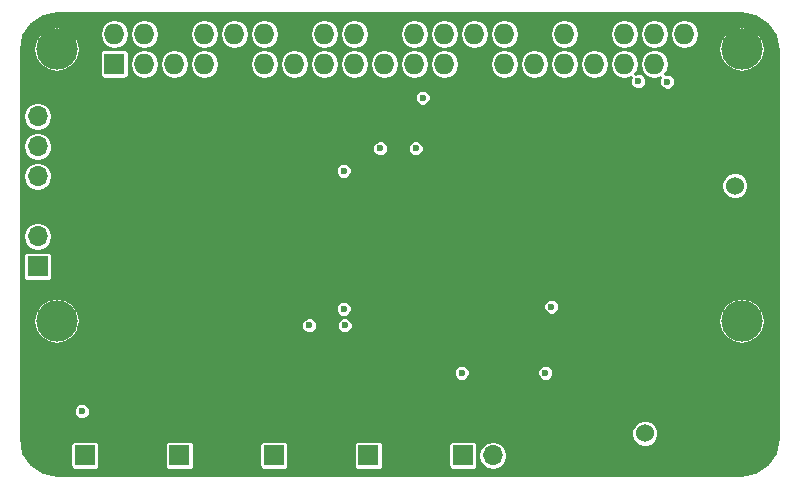
<source format=gbr>
G04 #@! TF.FileFunction,Copper,L2,Inr,Plane*
%FSLAX46Y46*%
G04 Gerber Fmt 4.6, Leading zero omitted, Abs format (unit mm)*
G04 Created by KiCad (PCBNEW 4.0.7) date 10/01/17 15:58:34*
%MOMM*%
%LPD*%
G01*
G04 APERTURE LIST*
%ADD10C,0.100000*%
%ADD11C,3.500000*%
%ADD12R,1.727200X1.727200*%
%ADD13O,1.727200X1.727200*%
%ADD14C,1.524000*%
%ADD15R,1.700000X1.700000*%
%ADD16O,1.700000X1.700000*%
%ADD17C,0.600000*%
%ADD18C,0.254000*%
G04 APERTURE END LIST*
D10*
D11*
X113500000Y-86500000D03*
X113500000Y-63500000D03*
X171500000Y-63500000D03*
X171500000Y-86500000D03*
D12*
X118390000Y-64750000D03*
D13*
X118390000Y-62210000D03*
X120930000Y-64750000D03*
X120930000Y-62210000D03*
X123470000Y-64750000D03*
X123470000Y-62210000D03*
X126010000Y-64750000D03*
X126010000Y-62210000D03*
X128550000Y-64750000D03*
X128550000Y-62210000D03*
X131090000Y-64750000D03*
X131090000Y-62210000D03*
X133630000Y-64750000D03*
X133630000Y-62210000D03*
X136170000Y-64750000D03*
X136170000Y-62210000D03*
X138710000Y-64750000D03*
X138710000Y-62210000D03*
X141250000Y-64750000D03*
X141250000Y-62210000D03*
X143790000Y-64750000D03*
X143790000Y-62210000D03*
X146330000Y-64750000D03*
X146330000Y-62210000D03*
X148870000Y-64750000D03*
X148870000Y-62210000D03*
X151410000Y-64750000D03*
X151410000Y-62210000D03*
X153950000Y-64750000D03*
X153950000Y-62210000D03*
X156490000Y-64750000D03*
X156490000Y-62210000D03*
X159030000Y-64750000D03*
X159030000Y-62210000D03*
X161570000Y-64750000D03*
X161570000Y-62210000D03*
X164110000Y-64750000D03*
X164110000Y-62210000D03*
X166650000Y-64750000D03*
X166650000Y-62210000D03*
D14*
X160778000Y-98555000D03*
X160778000Y-93475000D03*
X165858000Y-98555000D03*
X165858000Y-93475000D03*
X163318000Y-96015000D03*
X173478000Y-77600000D03*
X168398000Y-77600000D03*
X173478000Y-72520000D03*
X168398000Y-72520000D03*
X170938000Y-75060000D03*
D15*
X115900000Y-97900000D03*
D16*
X118440000Y-97900000D03*
D15*
X111900000Y-81900000D03*
D16*
X111900000Y-79360000D03*
X111900000Y-76820000D03*
X111900000Y-74280000D03*
X111900000Y-71740000D03*
X111900000Y-69200000D03*
D15*
X147900000Y-97900000D03*
D16*
X150440000Y-97900000D03*
D15*
X123900000Y-97900000D03*
D16*
X126440000Y-97900000D03*
D15*
X131900000Y-97900000D03*
D16*
X134440000Y-97900000D03*
D15*
X139900000Y-97900000D03*
D16*
X142440000Y-97900000D03*
D17*
X112400000Y-94650000D03*
X172650000Y-65650000D03*
X165900000Y-95900000D03*
X160900000Y-95900000D03*
X161333000Y-87251000D03*
X164900000Y-88900000D03*
X164900000Y-90900000D03*
X161400000Y-85400000D03*
X163400000Y-73400000D03*
X149400000Y-73400000D03*
X125600000Y-76600000D03*
X143400000Y-67600000D03*
X137800000Y-74900000D03*
X137800000Y-84400000D03*
X145600000Y-90900000D03*
X146700000Y-90900000D03*
X148900000Y-90900000D03*
X150000000Y-90900000D03*
X156000000Y-90900000D03*
X161700000Y-90900000D03*
X166900000Y-84300000D03*
X166900000Y-83200000D03*
X166900000Y-76100000D03*
X166900000Y-73900000D03*
X162500000Y-67600000D03*
X161400000Y-67600000D03*
X156900000Y-67600000D03*
X148900000Y-67600000D03*
X146700000Y-67600000D03*
X120650000Y-75900000D03*
X120650000Y-73900000D03*
X120900000Y-74900000D03*
X120650000Y-69900000D03*
X120650000Y-67900000D03*
X120900000Y-68900000D03*
X115650000Y-94150000D03*
X155400000Y-85300000D03*
X144500000Y-67600000D03*
X137800000Y-73800000D03*
X137800000Y-85500000D03*
X147800000Y-90900000D03*
X154900000Y-90900000D03*
X134900000Y-86900000D03*
X137900000Y-86900000D03*
X143900000Y-71900000D03*
X140900000Y-71900000D03*
X165199809Y-66253720D03*
X162745761Y-66208483D03*
D18*
G36*
X172663031Y-60692197D02*
X173649000Y-61351000D01*
X174307803Y-62336968D01*
X174548000Y-63544519D01*
X174548000Y-96455481D01*
X174307803Y-97663032D01*
X173649000Y-98649000D01*
X172663031Y-99307803D01*
X171455481Y-99548000D01*
X113544519Y-99548000D01*
X112336968Y-99307803D01*
X111351000Y-98649000D01*
X110692197Y-97663031D01*
X110570258Y-97050000D01*
X114665615Y-97050000D01*
X114665615Y-98750000D01*
X114691903Y-98889708D01*
X114774470Y-99018020D01*
X114900453Y-99104101D01*
X115050000Y-99134385D01*
X116750000Y-99134385D01*
X116889708Y-99108097D01*
X117018020Y-99025530D01*
X117104101Y-98899547D01*
X117134385Y-98750000D01*
X117134385Y-97050000D01*
X122665615Y-97050000D01*
X122665615Y-98750000D01*
X122691903Y-98889708D01*
X122774470Y-99018020D01*
X122900453Y-99104101D01*
X123050000Y-99134385D01*
X124750000Y-99134385D01*
X124889708Y-99108097D01*
X125018020Y-99025530D01*
X125104101Y-98899547D01*
X125134385Y-98750000D01*
X125134385Y-97050000D01*
X130665615Y-97050000D01*
X130665615Y-98750000D01*
X130691903Y-98889708D01*
X130774470Y-99018020D01*
X130900453Y-99104101D01*
X131050000Y-99134385D01*
X132750000Y-99134385D01*
X132889708Y-99108097D01*
X133018020Y-99025530D01*
X133104101Y-98899547D01*
X133134385Y-98750000D01*
X133134385Y-97050000D01*
X138665615Y-97050000D01*
X138665615Y-98750000D01*
X138691903Y-98889708D01*
X138774470Y-99018020D01*
X138900453Y-99104101D01*
X139050000Y-99134385D01*
X140750000Y-99134385D01*
X140889708Y-99108097D01*
X141018020Y-99025530D01*
X141104101Y-98899547D01*
X141134385Y-98750000D01*
X141134385Y-97050000D01*
X146665615Y-97050000D01*
X146665615Y-98750000D01*
X146691903Y-98889708D01*
X146774470Y-99018020D01*
X146900453Y-99104101D01*
X147050000Y-99134385D01*
X148750000Y-99134385D01*
X148889708Y-99108097D01*
X149018020Y-99025530D01*
X149104101Y-98899547D01*
X149134385Y-98750000D01*
X149134385Y-97875962D01*
X149213000Y-97875962D01*
X149213000Y-97924038D01*
X149306400Y-98393591D01*
X149572380Y-98791658D01*
X149970447Y-99057638D01*
X150440000Y-99151038D01*
X150909553Y-99057638D01*
X151307620Y-98791658D01*
X151573600Y-98393591D01*
X151667000Y-97924038D01*
X151667000Y-97875962D01*
X151573600Y-97406409D01*
X151307620Y-97008342D01*
X150909553Y-96742362D01*
X150440000Y-96648962D01*
X149970447Y-96742362D01*
X149572380Y-97008342D01*
X149306400Y-97406409D01*
X149213000Y-97875962D01*
X149134385Y-97875962D01*
X149134385Y-97050000D01*
X149108097Y-96910292D01*
X149025530Y-96781980D01*
X148899547Y-96695899D01*
X148750000Y-96665615D01*
X147050000Y-96665615D01*
X146910292Y-96691903D01*
X146781980Y-96774470D01*
X146695899Y-96900453D01*
X146665615Y-97050000D01*
X141134385Y-97050000D01*
X141108097Y-96910292D01*
X141025530Y-96781980D01*
X140899547Y-96695899D01*
X140750000Y-96665615D01*
X139050000Y-96665615D01*
X138910292Y-96691903D01*
X138781980Y-96774470D01*
X138695899Y-96900453D01*
X138665615Y-97050000D01*
X133134385Y-97050000D01*
X133108097Y-96910292D01*
X133025530Y-96781980D01*
X132899547Y-96695899D01*
X132750000Y-96665615D01*
X131050000Y-96665615D01*
X130910292Y-96691903D01*
X130781980Y-96774470D01*
X130695899Y-96900453D01*
X130665615Y-97050000D01*
X125134385Y-97050000D01*
X125108097Y-96910292D01*
X125025530Y-96781980D01*
X124899547Y-96695899D01*
X124750000Y-96665615D01*
X123050000Y-96665615D01*
X122910292Y-96691903D01*
X122781980Y-96774470D01*
X122695899Y-96900453D01*
X122665615Y-97050000D01*
X117134385Y-97050000D01*
X117108097Y-96910292D01*
X117025530Y-96781980D01*
X116899547Y-96695899D01*
X116750000Y-96665615D01*
X115050000Y-96665615D01*
X114910292Y-96691903D01*
X114781980Y-96774470D01*
X114695899Y-96900453D01*
X114665615Y-97050000D01*
X110570258Y-97050000D01*
X110452000Y-96455481D01*
X110452000Y-96240567D01*
X162178803Y-96240567D01*
X162351840Y-96659349D01*
X162671966Y-96980034D01*
X163090445Y-97153802D01*
X163543567Y-97154197D01*
X163962349Y-96981160D01*
X164283034Y-96661034D01*
X164456802Y-96242555D01*
X164457197Y-95789433D01*
X164284160Y-95370651D01*
X163964034Y-95049966D01*
X163545555Y-94876198D01*
X163092433Y-94875803D01*
X162673651Y-95048840D01*
X162352966Y-95368966D01*
X162179198Y-95787445D01*
X162178803Y-96240567D01*
X110452000Y-96240567D01*
X110452000Y-94284073D01*
X114972883Y-94284073D01*
X115075733Y-94532989D01*
X115266010Y-94723598D01*
X115514746Y-94826882D01*
X115784073Y-94827117D01*
X116032989Y-94724267D01*
X116223598Y-94533990D01*
X116326882Y-94285254D01*
X116327117Y-94015927D01*
X116224267Y-93767011D01*
X116033990Y-93576402D01*
X115785254Y-93473118D01*
X115515927Y-93472883D01*
X115267011Y-93575733D01*
X115076402Y-93766010D01*
X114973118Y-94014746D01*
X114972883Y-94284073D01*
X110452000Y-94284073D01*
X110452000Y-91034073D01*
X147122883Y-91034073D01*
X147225733Y-91282989D01*
X147416010Y-91473598D01*
X147664746Y-91576882D01*
X147934073Y-91577117D01*
X148182989Y-91474267D01*
X148373598Y-91283990D01*
X148476882Y-91035254D01*
X148476883Y-91034073D01*
X154222883Y-91034073D01*
X154325733Y-91282989D01*
X154516010Y-91473598D01*
X154764746Y-91576882D01*
X155034073Y-91577117D01*
X155282989Y-91474267D01*
X155473598Y-91283990D01*
X155576882Y-91035254D01*
X155577117Y-90765927D01*
X155474267Y-90517011D01*
X155283990Y-90326402D01*
X155035254Y-90223118D01*
X154765927Y-90222883D01*
X154517011Y-90325733D01*
X154326402Y-90516010D01*
X154223118Y-90764746D01*
X154222883Y-91034073D01*
X148476883Y-91034073D01*
X148477117Y-90765927D01*
X148374267Y-90517011D01*
X148183990Y-90326402D01*
X147935254Y-90223118D01*
X147665927Y-90222883D01*
X147417011Y-90325733D01*
X147226402Y-90516010D01*
X147123118Y-90764746D01*
X147122883Y-91034073D01*
X110452000Y-91034073D01*
X110452000Y-86500000D01*
X111548000Y-86500000D01*
X111696587Y-87246998D01*
X112119728Y-87880272D01*
X112753002Y-88303413D01*
X113500000Y-88452000D01*
X114246998Y-88303413D01*
X114880272Y-87880272D01*
X115303413Y-87246998D01*
X115345766Y-87034073D01*
X134222883Y-87034073D01*
X134325733Y-87282989D01*
X134516010Y-87473598D01*
X134764746Y-87576882D01*
X135034073Y-87577117D01*
X135282989Y-87474267D01*
X135473598Y-87283990D01*
X135576882Y-87035254D01*
X135576883Y-87034073D01*
X137222883Y-87034073D01*
X137325733Y-87282989D01*
X137516010Y-87473598D01*
X137764746Y-87576882D01*
X138034073Y-87577117D01*
X138282989Y-87474267D01*
X138473598Y-87283990D01*
X138576882Y-87035254D01*
X138577117Y-86765927D01*
X138474267Y-86517011D01*
X138457286Y-86500000D01*
X169548000Y-86500000D01*
X169696587Y-87246998D01*
X170119728Y-87880272D01*
X170753002Y-88303413D01*
X171500000Y-88452000D01*
X172246998Y-88303413D01*
X172880272Y-87880272D01*
X173303413Y-87246998D01*
X173452000Y-86500000D01*
X173303413Y-85753002D01*
X172880272Y-85119728D01*
X172246998Y-84696587D01*
X171500000Y-84548000D01*
X170753002Y-84696587D01*
X170119728Y-85119728D01*
X169696587Y-85753002D01*
X169548000Y-86500000D01*
X138457286Y-86500000D01*
X138283990Y-86326402D01*
X138035254Y-86223118D01*
X137765927Y-86222883D01*
X137517011Y-86325733D01*
X137326402Y-86516010D01*
X137223118Y-86764746D01*
X137222883Y-87034073D01*
X135576883Y-87034073D01*
X135577117Y-86765927D01*
X135474267Y-86517011D01*
X135283990Y-86326402D01*
X135035254Y-86223118D01*
X134765927Y-86222883D01*
X134517011Y-86325733D01*
X134326402Y-86516010D01*
X134223118Y-86764746D01*
X134222883Y-87034073D01*
X115345766Y-87034073D01*
X115452000Y-86500000D01*
X115303413Y-85753002D01*
X115223948Y-85634073D01*
X137122883Y-85634073D01*
X137225733Y-85882989D01*
X137416010Y-86073598D01*
X137664746Y-86176882D01*
X137934073Y-86177117D01*
X138182989Y-86074267D01*
X138373598Y-85883990D01*
X138476882Y-85635254D01*
X138477057Y-85434073D01*
X154722883Y-85434073D01*
X154825733Y-85682989D01*
X155016010Y-85873598D01*
X155264746Y-85976882D01*
X155534073Y-85977117D01*
X155782989Y-85874267D01*
X155973598Y-85683990D01*
X156076882Y-85435254D01*
X156077117Y-85165927D01*
X155974267Y-84917011D01*
X155783990Y-84726402D01*
X155535254Y-84623118D01*
X155265927Y-84622883D01*
X155017011Y-84725733D01*
X154826402Y-84916010D01*
X154723118Y-85164746D01*
X154722883Y-85434073D01*
X138477057Y-85434073D01*
X138477117Y-85365927D01*
X138374267Y-85117011D01*
X138183990Y-84926402D01*
X137935254Y-84823118D01*
X137665927Y-84822883D01*
X137417011Y-84925733D01*
X137226402Y-85116010D01*
X137123118Y-85364746D01*
X137122883Y-85634073D01*
X115223948Y-85634073D01*
X114880272Y-85119728D01*
X114246998Y-84696587D01*
X113500000Y-84548000D01*
X112753002Y-84696587D01*
X112119728Y-85119728D01*
X111696587Y-85753002D01*
X111548000Y-86500000D01*
X110452000Y-86500000D01*
X110452000Y-81050000D01*
X110665615Y-81050000D01*
X110665615Y-82750000D01*
X110691903Y-82889708D01*
X110774470Y-83018020D01*
X110900453Y-83104101D01*
X111050000Y-83134385D01*
X112750000Y-83134385D01*
X112889708Y-83108097D01*
X113018020Y-83025530D01*
X113104101Y-82899547D01*
X113134385Y-82750000D01*
X113134385Y-81050000D01*
X113108097Y-80910292D01*
X113025530Y-80781980D01*
X112899547Y-80695899D01*
X112750000Y-80665615D01*
X111050000Y-80665615D01*
X110910292Y-80691903D01*
X110781980Y-80774470D01*
X110695899Y-80900453D01*
X110665615Y-81050000D01*
X110452000Y-81050000D01*
X110452000Y-79360000D01*
X110648962Y-79360000D01*
X110742362Y-79829553D01*
X111008342Y-80227620D01*
X111406409Y-80493600D01*
X111875962Y-80587000D01*
X111924038Y-80587000D01*
X112393591Y-80493600D01*
X112791658Y-80227620D01*
X113057638Y-79829553D01*
X113151038Y-79360000D01*
X113057638Y-78890447D01*
X112791658Y-78492380D01*
X112393591Y-78226400D01*
X111924038Y-78133000D01*
X111875962Y-78133000D01*
X111406409Y-78226400D01*
X111008342Y-78492380D01*
X110742362Y-78890447D01*
X110648962Y-79360000D01*
X110452000Y-79360000D01*
X110452000Y-74280000D01*
X110648962Y-74280000D01*
X110742362Y-74749553D01*
X111008342Y-75147620D01*
X111406409Y-75413600D01*
X111875962Y-75507000D01*
X111924038Y-75507000D01*
X112393591Y-75413600D01*
X112585205Y-75285567D01*
X169798803Y-75285567D01*
X169971840Y-75704349D01*
X170291966Y-76025034D01*
X170710445Y-76198802D01*
X171163567Y-76199197D01*
X171582349Y-76026160D01*
X171903034Y-75706034D01*
X172076802Y-75287555D01*
X172077197Y-74834433D01*
X171904160Y-74415651D01*
X171584034Y-74094966D01*
X171165555Y-73921198D01*
X170712433Y-73920803D01*
X170293651Y-74093840D01*
X169972966Y-74413966D01*
X169799198Y-74832445D01*
X169798803Y-75285567D01*
X112585205Y-75285567D01*
X112791658Y-75147620D01*
X113057638Y-74749553D01*
X113151038Y-74280000D01*
X113082229Y-73934073D01*
X137122883Y-73934073D01*
X137225733Y-74182989D01*
X137416010Y-74373598D01*
X137664746Y-74476882D01*
X137934073Y-74477117D01*
X138182989Y-74374267D01*
X138373598Y-74183990D01*
X138476882Y-73935254D01*
X138477117Y-73665927D01*
X138374267Y-73417011D01*
X138183990Y-73226402D01*
X137935254Y-73123118D01*
X137665927Y-73122883D01*
X137417011Y-73225733D01*
X137226402Y-73416010D01*
X137123118Y-73664746D01*
X137122883Y-73934073D01*
X113082229Y-73934073D01*
X113057638Y-73810447D01*
X112791658Y-73412380D01*
X112393591Y-73146400D01*
X111924038Y-73053000D01*
X111875962Y-73053000D01*
X111406409Y-73146400D01*
X111008342Y-73412380D01*
X110742362Y-73810447D01*
X110648962Y-74280000D01*
X110452000Y-74280000D01*
X110452000Y-71740000D01*
X110648962Y-71740000D01*
X110742362Y-72209553D01*
X111008342Y-72607620D01*
X111406409Y-72873600D01*
X111875962Y-72967000D01*
X111924038Y-72967000D01*
X112393591Y-72873600D01*
X112791658Y-72607620D01*
X113057638Y-72209553D01*
X113092543Y-72034073D01*
X140222883Y-72034073D01*
X140325733Y-72282989D01*
X140516010Y-72473598D01*
X140764746Y-72576882D01*
X141034073Y-72577117D01*
X141282989Y-72474267D01*
X141473598Y-72283990D01*
X141576882Y-72035254D01*
X141576883Y-72034073D01*
X143222883Y-72034073D01*
X143325733Y-72282989D01*
X143516010Y-72473598D01*
X143764746Y-72576882D01*
X144034073Y-72577117D01*
X144282989Y-72474267D01*
X144473598Y-72283990D01*
X144576882Y-72035254D01*
X144577117Y-71765927D01*
X144474267Y-71517011D01*
X144283990Y-71326402D01*
X144035254Y-71223118D01*
X143765927Y-71222883D01*
X143517011Y-71325733D01*
X143326402Y-71516010D01*
X143223118Y-71764746D01*
X143222883Y-72034073D01*
X141576883Y-72034073D01*
X141577117Y-71765927D01*
X141474267Y-71517011D01*
X141283990Y-71326402D01*
X141035254Y-71223118D01*
X140765927Y-71222883D01*
X140517011Y-71325733D01*
X140326402Y-71516010D01*
X140223118Y-71764746D01*
X140222883Y-72034073D01*
X113092543Y-72034073D01*
X113151038Y-71740000D01*
X113057638Y-71270447D01*
X112791658Y-70872380D01*
X112393591Y-70606400D01*
X111924038Y-70513000D01*
X111875962Y-70513000D01*
X111406409Y-70606400D01*
X111008342Y-70872380D01*
X110742362Y-71270447D01*
X110648962Y-71740000D01*
X110452000Y-71740000D01*
X110452000Y-69200000D01*
X110648962Y-69200000D01*
X110742362Y-69669553D01*
X111008342Y-70067620D01*
X111406409Y-70333600D01*
X111875962Y-70427000D01*
X111924038Y-70427000D01*
X112393591Y-70333600D01*
X112791658Y-70067620D01*
X113057638Y-69669553D01*
X113151038Y-69200000D01*
X113057638Y-68730447D01*
X112791658Y-68332380D01*
X112393591Y-68066400D01*
X111924038Y-67973000D01*
X111875962Y-67973000D01*
X111406409Y-68066400D01*
X111008342Y-68332380D01*
X110742362Y-68730447D01*
X110648962Y-69200000D01*
X110452000Y-69200000D01*
X110452000Y-67734073D01*
X143822883Y-67734073D01*
X143925733Y-67982989D01*
X144116010Y-68173598D01*
X144364746Y-68276882D01*
X144634073Y-68277117D01*
X144882989Y-68174267D01*
X145073598Y-67983990D01*
X145176882Y-67735254D01*
X145177117Y-67465927D01*
X145074267Y-67217011D01*
X144883990Y-67026402D01*
X144635254Y-66923118D01*
X144365927Y-66922883D01*
X144117011Y-67025733D01*
X143926402Y-67216010D01*
X143823118Y-67464746D01*
X143822883Y-67734073D01*
X110452000Y-67734073D01*
X110452000Y-63544519D01*
X110460855Y-63500000D01*
X111548000Y-63500000D01*
X111696587Y-64246998D01*
X112119728Y-64880272D01*
X112753002Y-65303413D01*
X113500000Y-65452000D01*
X114246998Y-65303413D01*
X114880272Y-64880272D01*
X115303413Y-64246998D01*
X115375140Y-63886400D01*
X117142015Y-63886400D01*
X117142015Y-65613600D01*
X117168303Y-65753308D01*
X117250870Y-65881620D01*
X117376853Y-65967701D01*
X117526400Y-65997985D01*
X119253600Y-65997985D01*
X119393308Y-65971697D01*
X119521620Y-65889130D01*
X119607701Y-65763147D01*
X119637985Y-65613600D01*
X119637985Y-64725695D01*
X119689400Y-64725695D01*
X119689400Y-64774305D01*
X119783835Y-65249062D01*
X120052763Y-65651542D01*
X120455243Y-65920470D01*
X120930000Y-66014905D01*
X121404757Y-65920470D01*
X121807237Y-65651542D01*
X122076165Y-65249062D01*
X122170600Y-64774305D01*
X122170600Y-64725695D01*
X122229400Y-64725695D01*
X122229400Y-64774305D01*
X122323835Y-65249062D01*
X122592763Y-65651542D01*
X122995243Y-65920470D01*
X123470000Y-66014905D01*
X123944757Y-65920470D01*
X124347237Y-65651542D01*
X124616165Y-65249062D01*
X124710600Y-64774305D01*
X124710600Y-64725695D01*
X124769400Y-64725695D01*
X124769400Y-64774305D01*
X124863835Y-65249062D01*
X125132763Y-65651542D01*
X125535243Y-65920470D01*
X126010000Y-66014905D01*
X126484757Y-65920470D01*
X126887237Y-65651542D01*
X127156165Y-65249062D01*
X127250600Y-64774305D01*
X127250600Y-64725695D01*
X129849400Y-64725695D01*
X129849400Y-64774305D01*
X129943835Y-65249062D01*
X130212763Y-65651542D01*
X130615243Y-65920470D01*
X131090000Y-66014905D01*
X131564757Y-65920470D01*
X131967237Y-65651542D01*
X132236165Y-65249062D01*
X132330600Y-64774305D01*
X132330600Y-64725695D01*
X132389400Y-64725695D01*
X132389400Y-64774305D01*
X132483835Y-65249062D01*
X132752763Y-65651542D01*
X133155243Y-65920470D01*
X133630000Y-66014905D01*
X134104757Y-65920470D01*
X134507237Y-65651542D01*
X134776165Y-65249062D01*
X134870600Y-64774305D01*
X134870600Y-64725695D01*
X134929400Y-64725695D01*
X134929400Y-64774305D01*
X135023835Y-65249062D01*
X135292763Y-65651542D01*
X135695243Y-65920470D01*
X136170000Y-66014905D01*
X136644757Y-65920470D01*
X137047237Y-65651542D01*
X137316165Y-65249062D01*
X137410600Y-64774305D01*
X137410600Y-64725695D01*
X137469400Y-64725695D01*
X137469400Y-64774305D01*
X137563835Y-65249062D01*
X137832763Y-65651542D01*
X138235243Y-65920470D01*
X138710000Y-66014905D01*
X139184757Y-65920470D01*
X139587237Y-65651542D01*
X139856165Y-65249062D01*
X139950600Y-64774305D01*
X139950600Y-64725695D01*
X140009400Y-64725695D01*
X140009400Y-64774305D01*
X140103835Y-65249062D01*
X140372763Y-65651542D01*
X140775243Y-65920470D01*
X141250000Y-66014905D01*
X141724757Y-65920470D01*
X142127237Y-65651542D01*
X142396165Y-65249062D01*
X142490600Y-64774305D01*
X142490600Y-64725695D01*
X142549400Y-64725695D01*
X142549400Y-64774305D01*
X142643835Y-65249062D01*
X142912763Y-65651542D01*
X143315243Y-65920470D01*
X143790000Y-66014905D01*
X144264757Y-65920470D01*
X144667237Y-65651542D01*
X144936165Y-65249062D01*
X145030600Y-64774305D01*
X145030600Y-64725695D01*
X145089400Y-64725695D01*
X145089400Y-64774305D01*
X145183835Y-65249062D01*
X145452763Y-65651542D01*
X145855243Y-65920470D01*
X146330000Y-66014905D01*
X146804757Y-65920470D01*
X147207237Y-65651542D01*
X147476165Y-65249062D01*
X147570600Y-64774305D01*
X147570600Y-64725695D01*
X150169400Y-64725695D01*
X150169400Y-64774305D01*
X150263835Y-65249062D01*
X150532763Y-65651542D01*
X150935243Y-65920470D01*
X151410000Y-66014905D01*
X151884757Y-65920470D01*
X152287237Y-65651542D01*
X152556165Y-65249062D01*
X152650600Y-64774305D01*
X152650600Y-64725695D01*
X152709400Y-64725695D01*
X152709400Y-64774305D01*
X152803835Y-65249062D01*
X153072763Y-65651542D01*
X153475243Y-65920470D01*
X153950000Y-66014905D01*
X154424757Y-65920470D01*
X154827237Y-65651542D01*
X155096165Y-65249062D01*
X155190600Y-64774305D01*
X155190600Y-64725695D01*
X155249400Y-64725695D01*
X155249400Y-64774305D01*
X155343835Y-65249062D01*
X155612763Y-65651542D01*
X156015243Y-65920470D01*
X156490000Y-66014905D01*
X156964757Y-65920470D01*
X157367237Y-65651542D01*
X157636165Y-65249062D01*
X157730600Y-64774305D01*
X157730600Y-64725695D01*
X157789400Y-64725695D01*
X157789400Y-64774305D01*
X157883835Y-65249062D01*
X158152763Y-65651542D01*
X158555243Y-65920470D01*
X159030000Y-66014905D01*
X159504757Y-65920470D01*
X159907237Y-65651542D01*
X160176165Y-65249062D01*
X160270600Y-64774305D01*
X160270600Y-64725695D01*
X160329400Y-64725695D01*
X160329400Y-64774305D01*
X160423835Y-65249062D01*
X160692763Y-65651542D01*
X161095243Y-65920470D01*
X161570000Y-66014905D01*
X162044757Y-65920470D01*
X162165929Y-65839505D01*
X162068879Y-66073229D01*
X162068644Y-66342556D01*
X162171494Y-66591472D01*
X162361771Y-66782081D01*
X162610507Y-66885365D01*
X162879834Y-66885600D01*
X163128750Y-66782750D01*
X163319359Y-66592473D01*
X163422643Y-66343737D01*
X163422878Y-66074410D01*
X163320028Y-65825494D01*
X163129751Y-65634885D01*
X162881015Y-65531601D01*
X162611688Y-65531366D01*
X162495442Y-65579398D01*
X162716165Y-65249062D01*
X162810600Y-64774305D01*
X162810600Y-64725695D01*
X162869400Y-64725695D01*
X162869400Y-64774305D01*
X162963835Y-65249062D01*
X163232763Y-65651542D01*
X163635243Y-65920470D01*
X164110000Y-66014905D01*
X164584757Y-65920470D01*
X164612970Y-65901619D01*
X164522927Y-66118466D01*
X164522692Y-66387793D01*
X164625542Y-66636709D01*
X164815819Y-66827318D01*
X165064555Y-66930602D01*
X165333882Y-66930837D01*
X165582798Y-66827987D01*
X165773407Y-66637710D01*
X165876691Y-66388974D01*
X165876926Y-66119647D01*
X165774076Y-65870731D01*
X165583799Y-65680122D01*
X165335063Y-65576838D01*
X165065736Y-65576603D01*
X165026468Y-65592828D01*
X165256165Y-65249062D01*
X165350600Y-64774305D01*
X165350600Y-64725695D01*
X165256165Y-64250938D01*
X164987237Y-63848458D01*
X164584757Y-63579530D01*
X164184933Y-63500000D01*
X169548000Y-63500000D01*
X169696587Y-64246998D01*
X170119728Y-64880272D01*
X170753002Y-65303413D01*
X171500000Y-65452000D01*
X172246998Y-65303413D01*
X172880272Y-64880272D01*
X173303413Y-64246998D01*
X173452000Y-63500000D01*
X173303413Y-62753002D01*
X172880272Y-62119728D01*
X172246998Y-61696587D01*
X171500000Y-61548000D01*
X170753002Y-61696587D01*
X170119728Y-62119728D01*
X169696587Y-62753002D01*
X169548000Y-63500000D01*
X164184933Y-63500000D01*
X164110000Y-63485095D01*
X163635243Y-63579530D01*
X163232763Y-63848458D01*
X162963835Y-64250938D01*
X162869400Y-64725695D01*
X162810600Y-64725695D01*
X162716165Y-64250938D01*
X162447237Y-63848458D01*
X162044757Y-63579530D01*
X161570000Y-63485095D01*
X161095243Y-63579530D01*
X160692763Y-63848458D01*
X160423835Y-64250938D01*
X160329400Y-64725695D01*
X160270600Y-64725695D01*
X160176165Y-64250938D01*
X159907237Y-63848458D01*
X159504757Y-63579530D01*
X159030000Y-63485095D01*
X158555243Y-63579530D01*
X158152763Y-63848458D01*
X157883835Y-64250938D01*
X157789400Y-64725695D01*
X157730600Y-64725695D01*
X157636165Y-64250938D01*
X157367237Y-63848458D01*
X156964757Y-63579530D01*
X156490000Y-63485095D01*
X156015243Y-63579530D01*
X155612763Y-63848458D01*
X155343835Y-64250938D01*
X155249400Y-64725695D01*
X155190600Y-64725695D01*
X155096165Y-64250938D01*
X154827237Y-63848458D01*
X154424757Y-63579530D01*
X153950000Y-63485095D01*
X153475243Y-63579530D01*
X153072763Y-63848458D01*
X152803835Y-64250938D01*
X152709400Y-64725695D01*
X152650600Y-64725695D01*
X152556165Y-64250938D01*
X152287237Y-63848458D01*
X151884757Y-63579530D01*
X151410000Y-63485095D01*
X150935243Y-63579530D01*
X150532763Y-63848458D01*
X150263835Y-64250938D01*
X150169400Y-64725695D01*
X147570600Y-64725695D01*
X147476165Y-64250938D01*
X147207237Y-63848458D01*
X146804757Y-63579530D01*
X146330000Y-63485095D01*
X145855243Y-63579530D01*
X145452763Y-63848458D01*
X145183835Y-64250938D01*
X145089400Y-64725695D01*
X145030600Y-64725695D01*
X144936165Y-64250938D01*
X144667237Y-63848458D01*
X144264757Y-63579530D01*
X143790000Y-63485095D01*
X143315243Y-63579530D01*
X142912763Y-63848458D01*
X142643835Y-64250938D01*
X142549400Y-64725695D01*
X142490600Y-64725695D01*
X142396165Y-64250938D01*
X142127237Y-63848458D01*
X141724757Y-63579530D01*
X141250000Y-63485095D01*
X140775243Y-63579530D01*
X140372763Y-63848458D01*
X140103835Y-64250938D01*
X140009400Y-64725695D01*
X139950600Y-64725695D01*
X139856165Y-64250938D01*
X139587237Y-63848458D01*
X139184757Y-63579530D01*
X138710000Y-63485095D01*
X138235243Y-63579530D01*
X137832763Y-63848458D01*
X137563835Y-64250938D01*
X137469400Y-64725695D01*
X137410600Y-64725695D01*
X137316165Y-64250938D01*
X137047237Y-63848458D01*
X136644757Y-63579530D01*
X136170000Y-63485095D01*
X135695243Y-63579530D01*
X135292763Y-63848458D01*
X135023835Y-64250938D01*
X134929400Y-64725695D01*
X134870600Y-64725695D01*
X134776165Y-64250938D01*
X134507237Y-63848458D01*
X134104757Y-63579530D01*
X133630000Y-63485095D01*
X133155243Y-63579530D01*
X132752763Y-63848458D01*
X132483835Y-64250938D01*
X132389400Y-64725695D01*
X132330600Y-64725695D01*
X132236165Y-64250938D01*
X131967237Y-63848458D01*
X131564757Y-63579530D01*
X131090000Y-63485095D01*
X130615243Y-63579530D01*
X130212763Y-63848458D01*
X129943835Y-64250938D01*
X129849400Y-64725695D01*
X127250600Y-64725695D01*
X127156165Y-64250938D01*
X126887237Y-63848458D01*
X126484757Y-63579530D01*
X126010000Y-63485095D01*
X125535243Y-63579530D01*
X125132763Y-63848458D01*
X124863835Y-64250938D01*
X124769400Y-64725695D01*
X124710600Y-64725695D01*
X124616165Y-64250938D01*
X124347237Y-63848458D01*
X123944757Y-63579530D01*
X123470000Y-63485095D01*
X122995243Y-63579530D01*
X122592763Y-63848458D01*
X122323835Y-64250938D01*
X122229400Y-64725695D01*
X122170600Y-64725695D01*
X122076165Y-64250938D01*
X121807237Y-63848458D01*
X121404757Y-63579530D01*
X120930000Y-63485095D01*
X120455243Y-63579530D01*
X120052763Y-63848458D01*
X119783835Y-64250938D01*
X119689400Y-64725695D01*
X119637985Y-64725695D01*
X119637985Y-63886400D01*
X119611697Y-63746692D01*
X119529130Y-63618380D01*
X119403147Y-63532299D01*
X119253600Y-63502015D01*
X117526400Y-63502015D01*
X117386692Y-63528303D01*
X117258380Y-63610870D01*
X117172299Y-63736853D01*
X117142015Y-63886400D01*
X115375140Y-63886400D01*
X115452000Y-63500000D01*
X115303413Y-62753002D01*
X114924350Y-62185695D01*
X117149400Y-62185695D01*
X117149400Y-62234305D01*
X117243835Y-62709062D01*
X117512763Y-63111542D01*
X117915243Y-63380470D01*
X118390000Y-63474905D01*
X118864757Y-63380470D01*
X119267237Y-63111542D01*
X119536165Y-62709062D01*
X119630600Y-62234305D01*
X119630600Y-62185695D01*
X119689400Y-62185695D01*
X119689400Y-62234305D01*
X119783835Y-62709062D01*
X120052763Y-63111542D01*
X120455243Y-63380470D01*
X120930000Y-63474905D01*
X121404757Y-63380470D01*
X121807237Y-63111542D01*
X122076165Y-62709062D01*
X122170600Y-62234305D01*
X122170600Y-62185695D01*
X124769400Y-62185695D01*
X124769400Y-62234305D01*
X124863835Y-62709062D01*
X125132763Y-63111542D01*
X125535243Y-63380470D01*
X126010000Y-63474905D01*
X126484757Y-63380470D01*
X126887237Y-63111542D01*
X127156165Y-62709062D01*
X127250600Y-62234305D01*
X127250600Y-62185695D01*
X127309400Y-62185695D01*
X127309400Y-62234305D01*
X127403835Y-62709062D01*
X127672763Y-63111542D01*
X128075243Y-63380470D01*
X128550000Y-63474905D01*
X129024757Y-63380470D01*
X129427237Y-63111542D01*
X129696165Y-62709062D01*
X129790600Y-62234305D01*
X129790600Y-62185695D01*
X129849400Y-62185695D01*
X129849400Y-62234305D01*
X129943835Y-62709062D01*
X130212763Y-63111542D01*
X130615243Y-63380470D01*
X131090000Y-63474905D01*
X131564757Y-63380470D01*
X131967237Y-63111542D01*
X132236165Y-62709062D01*
X132330600Y-62234305D01*
X132330600Y-62185695D01*
X134929400Y-62185695D01*
X134929400Y-62234305D01*
X135023835Y-62709062D01*
X135292763Y-63111542D01*
X135695243Y-63380470D01*
X136170000Y-63474905D01*
X136644757Y-63380470D01*
X137047237Y-63111542D01*
X137316165Y-62709062D01*
X137410600Y-62234305D01*
X137410600Y-62185695D01*
X137469400Y-62185695D01*
X137469400Y-62234305D01*
X137563835Y-62709062D01*
X137832763Y-63111542D01*
X138235243Y-63380470D01*
X138710000Y-63474905D01*
X139184757Y-63380470D01*
X139587237Y-63111542D01*
X139856165Y-62709062D01*
X139950600Y-62234305D01*
X139950600Y-62185695D01*
X142549400Y-62185695D01*
X142549400Y-62234305D01*
X142643835Y-62709062D01*
X142912763Y-63111542D01*
X143315243Y-63380470D01*
X143790000Y-63474905D01*
X144264757Y-63380470D01*
X144667237Y-63111542D01*
X144936165Y-62709062D01*
X145030600Y-62234305D01*
X145030600Y-62185695D01*
X145089400Y-62185695D01*
X145089400Y-62234305D01*
X145183835Y-62709062D01*
X145452763Y-63111542D01*
X145855243Y-63380470D01*
X146330000Y-63474905D01*
X146804757Y-63380470D01*
X147207237Y-63111542D01*
X147476165Y-62709062D01*
X147570600Y-62234305D01*
X147570600Y-62185695D01*
X147629400Y-62185695D01*
X147629400Y-62234305D01*
X147723835Y-62709062D01*
X147992763Y-63111542D01*
X148395243Y-63380470D01*
X148870000Y-63474905D01*
X149344757Y-63380470D01*
X149747237Y-63111542D01*
X150016165Y-62709062D01*
X150110600Y-62234305D01*
X150110600Y-62185695D01*
X150169400Y-62185695D01*
X150169400Y-62234305D01*
X150263835Y-62709062D01*
X150532763Y-63111542D01*
X150935243Y-63380470D01*
X151410000Y-63474905D01*
X151884757Y-63380470D01*
X152287237Y-63111542D01*
X152556165Y-62709062D01*
X152650600Y-62234305D01*
X152650600Y-62185695D01*
X155249400Y-62185695D01*
X155249400Y-62234305D01*
X155343835Y-62709062D01*
X155612763Y-63111542D01*
X156015243Y-63380470D01*
X156490000Y-63474905D01*
X156964757Y-63380470D01*
X157367237Y-63111542D01*
X157636165Y-62709062D01*
X157730600Y-62234305D01*
X157730600Y-62185695D01*
X160329400Y-62185695D01*
X160329400Y-62234305D01*
X160423835Y-62709062D01*
X160692763Y-63111542D01*
X161095243Y-63380470D01*
X161570000Y-63474905D01*
X162044757Y-63380470D01*
X162447237Y-63111542D01*
X162716165Y-62709062D01*
X162810600Y-62234305D01*
X162810600Y-62185695D01*
X162869400Y-62185695D01*
X162869400Y-62234305D01*
X162963835Y-62709062D01*
X163232763Y-63111542D01*
X163635243Y-63380470D01*
X164110000Y-63474905D01*
X164584757Y-63380470D01*
X164987237Y-63111542D01*
X165256165Y-62709062D01*
X165350600Y-62234305D01*
X165350600Y-62185695D01*
X165409400Y-62185695D01*
X165409400Y-62234305D01*
X165503835Y-62709062D01*
X165772763Y-63111542D01*
X166175243Y-63380470D01*
X166650000Y-63474905D01*
X167124757Y-63380470D01*
X167527237Y-63111542D01*
X167796165Y-62709062D01*
X167890600Y-62234305D01*
X167890600Y-62185695D01*
X167796165Y-61710938D01*
X167527237Y-61308458D01*
X167124757Y-61039530D01*
X166650000Y-60945095D01*
X166175243Y-61039530D01*
X165772763Y-61308458D01*
X165503835Y-61710938D01*
X165409400Y-62185695D01*
X165350600Y-62185695D01*
X165256165Y-61710938D01*
X164987237Y-61308458D01*
X164584757Y-61039530D01*
X164110000Y-60945095D01*
X163635243Y-61039530D01*
X163232763Y-61308458D01*
X162963835Y-61710938D01*
X162869400Y-62185695D01*
X162810600Y-62185695D01*
X162716165Y-61710938D01*
X162447237Y-61308458D01*
X162044757Y-61039530D01*
X161570000Y-60945095D01*
X161095243Y-61039530D01*
X160692763Y-61308458D01*
X160423835Y-61710938D01*
X160329400Y-62185695D01*
X157730600Y-62185695D01*
X157636165Y-61710938D01*
X157367237Y-61308458D01*
X156964757Y-61039530D01*
X156490000Y-60945095D01*
X156015243Y-61039530D01*
X155612763Y-61308458D01*
X155343835Y-61710938D01*
X155249400Y-62185695D01*
X152650600Y-62185695D01*
X152556165Y-61710938D01*
X152287237Y-61308458D01*
X151884757Y-61039530D01*
X151410000Y-60945095D01*
X150935243Y-61039530D01*
X150532763Y-61308458D01*
X150263835Y-61710938D01*
X150169400Y-62185695D01*
X150110600Y-62185695D01*
X150016165Y-61710938D01*
X149747237Y-61308458D01*
X149344757Y-61039530D01*
X148870000Y-60945095D01*
X148395243Y-61039530D01*
X147992763Y-61308458D01*
X147723835Y-61710938D01*
X147629400Y-62185695D01*
X147570600Y-62185695D01*
X147476165Y-61710938D01*
X147207237Y-61308458D01*
X146804757Y-61039530D01*
X146330000Y-60945095D01*
X145855243Y-61039530D01*
X145452763Y-61308458D01*
X145183835Y-61710938D01*
X145089400Y-62185695D01*
X145030600Y-62185695D01*
X144936165Y-61710938D01*
X144667237Y-61308458D01*
X144264757Y-61039530D01*
X143790000Y-60945095D01*
X143315243Y-61039530D01*
X142912763Y-61308458D01*
X142643835Y-61710938D01*
X142549400Y-62185695D01*
X139950600Y-62185695D01*
X139856165Y-61710938D01*
X139587237Y-61308458D01*
X139184757Y-61039530D01*
X138710000Y-60945095D01*
X138235243Y-61039530D01*
X137832763Y-61308458D01*
X137563835Y-61710938D01*
X137469400Y-62185695D01*
X137410600Y-62185695D01*
X137316165Y-61710938D01*
X137047237Y-61308458D01*
X136644757Y-61039530D01*
X136170000Y-60945095D01*
X135695243Y-61039530D01*
X135292763Y-61308458D01*
X135023835Y-61710938D01*
X134929400Y-62185695D01*
X132330600Y-62185695D01*
X132236165Y-61710938D01*
X131967237Y-61308458D01*
X131564757Y-61039530D01*
X131090000Y-60945095D01*
X130615243Y-61039530D01*
X130212763Y-61308458D01*
X129943835Y-61710938D01*
X129849400Y-62185695D01*
X129790600Y-62185695D01*
X129696165Y-61710938D01*
X129427237Y-61308458D01*
X129024757Y-61039530D01*
X128550000Y-60945095D01*
X128075243Y-61039530D01*
X127672763Y-61308458D01*
X127403835Y-61710938D01*
X127309400Y-62185695D01*
X127250600Y-62185695D01*
X127156165Y-61710938D01*
X126887237Y-61308458D01*
X126484757Y-61039530D01*
X126010000Y-60945095D01*
X125535243Y-61039530D01*
X125132763Y-61308458D01*
X124863835Y-61710938D01*
X124769400Y-62185695D01*
X122170600Y-62185695D01*
X122076165Y-61710938D01*
X121807237Y-61308458D01*
X121404757Y-61039530D01*
X120930000Y-60945095D01*
X120455243Y-61039530D01*
X120052763Y-61308458D01*
X119783835Y-61710938D01*
X119689400Y-62185695D01*
X119630600Y-62185695D01*
X119536165Y-61710938D01*
X119267237Y-61308458D01*
X118864757Y-61039530D01*
X118390000Y-60945095D01*
X117915243Y-61039530D01*
X117512763Y-61308458D01*
X117243835Y-61710938D01*
X117149400Y-62185695D01*
X114924350Y-62185695D01*
X114880272Y-62119728D01*
X114246998Y-61696587D01*
X113500000Y-61548000D01*
X112753002Y-61696587D01*
X112119728Y-62119728D01*
X111696587Y-62753002D01*
X111548000Y-63500000D01*
X110460855Y-63500000D01*
X110692197Y-62336969D01*
X111351000Y-61351000D01*
X112336968Y-60692197D01*
X113544519Y-60452000D01*
X171455481Y-60452000D01*
X172663031Y-60692197D01*
X172663031Y-60692197D01*
G37*
X172663031Y-60692197D02*
X173649000Y-61351000D01*
X174307803Y-62336968D01*
X174548000Y-63544519D01*
X174548000Y-96455481D01*
X174307803Y-97663032D01*
X173649000Y-98649000D01*
X172663031Y-99307803D01*
X171455481Y-99548000D01*
X113544519Y-99548000D01*
X112336968Y-99307803D01*
X111351000Y-98649000D01*
X110692197Y-97663031D01*
X110570258Y-97050000D01*
X114665615Y-97050000D01*
X114665615Y-98750000D01*
X114691903Y-98889708D01*
X114774470Y-99018020D01*
X114900453Y-99104101D01*
X115050000Y-99134385D01*
X116750000Y-99134385D01*
X116889708Y-99108097D01*
X117018020Y-99025530D01*
X117104101Y-98899547D01*
X117134385Y-98750000D01*
X117134385Y-97050000D01*
X122665615Y-97050000D01*
X122665615Y-98750000D01*
X122691903Y-98889708D01*
X122774470Y-99018020D01*
X122900453Y-99104101D01*
X123050000Y-99134385D01*
X124750000Y-99134385D01*
X124889708Y-99108097D01*
X125018020Y-99025530D01*
X125104101Y-98899547D01*
X125134385Y-98750000D01*
X125134385Y-97050000D01*
X130665615Y-97050000D01*
X130665615Y-98750000D01*
X130691903Y-98889708D01*
X130774470Y-99018020D01*
X130900453Y-99104101D01*
X131050000Y-99134385D01*
X132750000Y-99134385D01*
X132889708Y-99108097D01*
X133018020Y-99025530D01*
X133104101Y-98899547D01*
X133134385Y-98750000D01*
X133134385Y-97050000D01*
X138665615Y-97050000D01*
X138665615Y-98750000D01*
X138691903Y-98889708D01*
X138774470Y-99018020D01*
X138900453Y-99104101D01*
X139050000Y-99134385D01*
X140750000Y-99134385D01*
X140889708Y-99108097D01*
X141018020Y-99025530D01*
X141104101Y-98899547D01*
X141134385Y-98750000D01*
X141134385Y-97050000D01*
X146665615Y-97050000D01*
X146665615Y-98750000D01*
X146691903Y-98889708D01*
X146774470Y-99018020D01*
X146900453Y-99104101D01*
X147050000Y-99134385D01*
X148750000Y-99134385D01*
X148889708Y-99108097D01*
X149018020Y-99025530D01*
X149104101Y-98899547D01*
X149134385Y-98750000D01*
X149134385Y-97875962D01*
X149213000Y-97875962D01*
X149213000Y-97924038D01*
X149306400Y-98393591D01*
X149572380Y-98791658D01*
X149970447Y-99057638D01*
X150440000Y-99151038D01*
X150909553Y-99057638D01*
X151307620Y-98791658D01*
X151573600Y-98393591D01*
X151667000Y-97924038D01*
X151667000Y-97875962D01*
X151573600Y-97406409D01*
X151307620Y-97008342D01*
X150909553Y-96742362D01*
X150440000Y-96648962D01*
X149970447Y-96742362D01*
X149572380Y-97008342D01*
X149306400Y-97406409D01*
X149213000Y-97875962D01*
X149134385Y-97875962D01*
X149134385Y-97050000D01*
X149108097Y-96910292D01*
X149025530Y-96781980D01*
X148899547Y-96695899D01*
X148750000Y-96665615D01*
X147050000Y-96665615D01*
X146910292Y-96691903D01*
X146781980Y-96774470D01*
X146695899Y-96900453D01*
X146665615Y-97050000D01*
X141134385Y-97050000D01*
X141108097Y-96910292D01*
X141025530Y-96781980D01*
X140899547Y-96695899D01*
X140750000Y-96665615D01*
X139050000Y-96665615D01*
X138910292Y-96691903D01*
X138781980Y-96774470D01*
X138695899Y-96900453D01*
X138665615Y-97050000D01*
X133134385Y-97050000D01*
X133108097Y-96910292D01*
X133025530Y-96781980D01*
X132899547Y-96695899D01*
X132750000Y-96665615D01*
X131050000Y-96665615D01*
X130910292Y-96691903D01*
X130781980Y-96774470D01*
X130695899Y-96900453D01*
X130665615Y-97050000D01*
X125134385Y-97050000D01*
X125108097Y-96910292D01*
X125025530Y-96781980D01*
X124899547Y-96695899D01*
X124750000Y-96665615D01*
X123050000Y-96665615D01*
X122910292Y-96691903D01*
X122781980Y-96774470D01*
X122695899Y-96900453D01*
X122665615Y-97050000D01*
X117134385Y-97050000D01*
X117108097Y-96910292D01*
X117025530Y-96781980D01*
X116899547Y-96695899D01*
X116750000Y-96665615D01*
X115050000Y-96665615D01*
X114910292Y-96691903D01*
X114781980Y-96774470D01*
X114695899Y-96900453D01*
X114665615Y-97050000D01*
X110570258Y-97050000D01*
X110452000Y-96455481D01*
X110452000Y-96240567D01*
X162178803Y-96240567D01*
X162351840Y-96659349D01*
X162671966Y-96980034D01*
X163090445Y-97153802D01*
X163543567Y-97154197D01*
X163962349Y-96981160D01*
X164283034Y-96661034D01*
X164456802Y-96242555D01*
X164457197Y-95789433D01*
X164284160Y-95370651D01*
X163964034Y-95049966D01*
X163545555Y-94876198D01*
X163092433Y-94875803D01*
X162673651Y-95048840D01*
X162352966Y-95368966D01*
X162179198Y-95787445D01*
X162178803Y-96240567D01*
X110452000Y-96240567D01*
X110452000Y-94284073D01*
X114972883Y-94284073D01*
X115075733Y-94532989D01*
X115266010Y-94723598D01*
X115514746Y-94826882D01*
X115784073Y-94827117D01*
X116032989Y-94724267D01*
X116223598Y-94533990D01*
X116326882Y-94285254D01*
X116327117Y-94015927D01*
X116224267Y-93767011D01*
X116033990Y-93576402D01*
X115785254Y-93473118D01*
X115515927Y-93472883D01*
X115267011Y-93575733D01*
X115076402Y-93766010D01*
X114973118Y-94014746D01*
X114972883Y-94284073D01*
X110452000Y-94284073D01*
X110452000Y-91034073D01*
X147122883Y-91034073D01*
X147225733Y-91282989D01*
X147416010Y-91473598D01*
X147664746Y-91576882D01*
X147934073Y-91577117D01*
X148182989Y-91474267D01*
X148373598Y-91283990D01*
X148476882Y-91035254D01*
X148476883Y-91034073D01*
X154222883Y-91034073D01*
X154325733Y-91282989D01*
X154516010Y-91473598D01*
X154764746Y-91576882D01*
X155034073Y-91577117D01*
X155282989Y-91474267D01*
X155473598Y-91283990D01*
X155576882Y-91035254D01*
X155577117Y-90765927D01*
X155474267Y-90517011D01*
X155283990Y-90326402D01*
X155035254Y-90223118D01*
X154765927Y-90222883D01*
X154517011Y-90325733D01*
X154326402Y-90516010D01*
X154223118Y-90764746D01*
X154222883Y-91034073D01*
X148476883Y-91034073D01*
X148477117Y-90765927D01*
X148374267Y-90517011D01*
X148183990Y-90326402D01*
X147935254Y-90223118D01*
X147665927Y-90222883D01*
X147417011Y-90325733D01*
X147226402Y-90516010D01*
X147123118Y-90764746D01*
X147122883Y-91034073D01*
X110452000Y-91034073D01*
X110452000Y-86500000D01*
X111548000Y-86500000D01*
X111696587Y-87246998D01*
X112119728Y-87880272D01*
X112753002Y-88303413D01*
X113500000Y-88452000D01*
X114246998Y-88303413D01*
X114880272Y-87880272D01*
X115303413Y-87246998D01*
X115345766Y-87034073D01*
X134222883Y-87034073D01*
X134325733Y-87282989D01*
X134516010Y-87473598D01*
X134764746Y-87576882D01*
X135034073Y-87577117D01*
X135282989Y-87474267D01*
X135473598Y-87283990D01*
X135576882Y-87035254D01*
X135576883Y-87034073D01*
X137222883Y-87034073D01*
X137325733Y-87282989D01*
X137516010Y-87473598D01*
X137764746Y-87576882D01*
X138034073Y-87577117D01*
X138282989Y-87474267D01*
X138473598Y-87283990D01*
X138576882Y-87035254D01*
X138577117Y-86765927D01*
X138474267Y-86517011D01*
X138457286Y-86500000D01*
X169548000Y-86500000D01*
X169696587Y-87246998D01*
X170119728Y-87880272D01*
X170753002Y-88303413D01*
X171500000Y-88452000D01*
X172246998Y-88303413D01*
X172880272Y-87880272D01*
X173303413Y-87246998D01*
X173452000Y-86500000D01*
X173303413Y-85753002D01*
X172880272Y-85119728D01*
X172246998Y-84696587D01*
X171500000Y-84548000D01*
X170753002Y-84696587D01*
X170119728Y-85119728D01*
X169696587Y-85753002D01*
X169548000Y-86500000D01*
X138457286Y-86500000D01*
X138283990Y-86326402D01*
X138035254Y-86223118D01*
X137765927Y-86222883D01*
X137517011Y-86325733D01*
X137326402Y-86516010D01*
X137223118Y-86764746D01*
X137222883Y-87034073D01*
X135576883Y-87034073D01*
X135577117Y-86765927D01*
X135474267Y-86517011D01*
X135283990Y-86326402D01*
X135035254Y-86223118D01*
X134765927Y-86222883D01*
X134517011Y-86325733D01*
X134326402Y-86516010D01*
X134223118Y-86764746D01*
X134222883Y-87034073D01*
X115345766Y-87034073D01*
X115452000Y-86500000D01*
X115303413Y-85753002D01*
X115223948Y-85634073D01*
X137122883Y-85634073D01*
X137225733Y-85882989D01*
X137416010Y-86073598D01*
X137664746Y-86176882D01*
X137934073Y-86177117D01*
X138182989Y-86074267D01*
X138373598Y-85883990D01*
X138476882Y-85635254D01*
X138477057Y-85434073D01*
X154722883Y-85434073D01*
X154825733Y-85682989D01*
X155016010Y-85873598D01*
X155264746Y-85976882D01*
X155534073Y-85977117D01*
X155782989Y-85874267D01*
X155973598Y-85683990D01*
X156076882Y-85435254D01*
X156077117Y-85165927D01*
X155974267Y-84917011D01*
X155783990Y-84726402D01*
X155535254Y-84623118D01*
X155265927Y-84622883D01*
X155017011Y-84725733D01*
X154826402Y-84916010D01*
X154723118Y-85164746D01*
X154722883Y-85434073D01*
X138477057Y-85434073D01*
X138477117Y-85365927D01*
X138374267Y-85117011D01*
X138183990Y-84926402D01*
X137935254Y-84823118D01*
X137665927Y-84822883D01*
X137417011Y-84925733D01*
X137226402Y-85116010D01*
X137123118Y-85364746D01*
X137122883Y-85634073D01*
X115223948Y-85634073D01*
X114880272Y-85119728D01*
X114246998Y-84696587D01*
X113500000Y-84548000D01*
X112753002Y-84696587D01*
X112119728Y-85119728D01*
X111696587Y-85753002D01*
X111548000Y-86500000D01*
X110452000Y-86500000D01*
X110452000Y-81050000D01*
X110665615Y-81050000D01*
X110665615Y-82750000D01*
X110691903Y-82889708D01*
X110774470Y-83018020D01*
X110900453Y-83104101D01*
X111050000Y-83134385D01*
X112750000Y-83134385D01*
X112889708Y-83108097D01*
X113018020Y-83025530D01*
X113104101Y-82899547D01*
X113134385Y-82750000D01*
X113134385Y-81050000D01*
X113108097Y-80910292D01*
X113025530Y-80781980D01*
X112899547Y-80695899D01*
X112750000Y-80665615D01*
X111050000Y-80665615D01*
X110910292Y-80691903D01*
X110781980Y-80774470D01*
X110695899Y-80900453D01*
X110665615Y-81050000D01*
X110452000Y-81050000D01*
X110452000Y-79360000D01*
X110648962Y-79360000D01*
X110742362Y-79829553D01*
X111008342Y-80227620D01*
X111406409Y-80493600D01*
X111875962Y-80587000D01*
X111924038Y-80587000D01*
X112393591Y-80493600D01*
X112791658Y-80227620D01*
X113057638Y-79829553D01*
X113151038Y-79360000D01*
X113057638Y-78890447D01*
X112791658Y-78492380D01*
X112393591Y-78226400D01*
X111924038Y-78133000D01*
X111875962Y-78133000D01*
X111406409Y-78226400D01*
X111008342Y-78492380D01*
X110742362Y-78890447D01*
X110648962Y-79360000D01*
X110452000Y-79360000D01*
X110452000Y-74280000D01*
X110648962Y-74280000D01*
X110742362Y-74749553D01*
X111008342Y-75147620D01*
X111406409Y-75413600D01*
X111875962Y-75507000D01*
X111924038Y-75507000D01*
X112393591Y-75413600D01*
X112585205Y-75285567D01*
X169798803Y-75285567D01*
X169971840Y-75704349D01*
X170291966Y-76025034D01*
X170710445Y-76198802D01*
X171163567Y-76199197D01*
X171582349Y-76026160D01*
X171903034Y-75706034D01*
X172076802Y-75287555D01*
X172077197Y-74834433D01*
X171904160Y-74415651D01*
X171584034Y-74094966D01*
X171165555Y-73921198D01*
X170712433Y-73920803D01*
X170293651Y-74093840D01*
X169972966Y-74413966D01*
X169799198Y-74832445D01*
X169798803Y-75285567D01*
X112585205Y-75285567D01*
X112791658Y-75147620D01*
X113057638Y-74749553D01*
X113151038Y-74280000D01*
X113082229Y-73934073D01*
X137122883Y-73934073D01*
X137225733Y-74182989D01*
X137416010Y-74373598D01*
X137664746Y-74476882D01*
X137934073Y-74477117D01*
X138182989Y-74374267D01*
X138373598Y-74183990D01*
X138476882Y-73935254D01*
X138477117Y-73665927D01*
X138374267Y-73417011D01*
X138183990Y-73226402D01*
X137935254Y-73123118D01*
X137665927Y-73122883D01*
X137417011Y-73225733D01*
X137226402Y-73416010D01*
X137123118Y-73664746D01*
X137122883Y-73934073D01*
X113082229Y-73934073D01*
X113057638Y-73810447D01*
X112791658Y-73412380D01*
X112393591Y-73146400D01*
X111924038Y-73053000D01*
X111875962Y-73053000D01*
X111406409Y-73146400D01*
X111008342Y-73412380D01*
X110742362Y-73810447D01*
X110648962Y-74280000D01*
X110452000Y-74280000D01*
X110452000Y-71740000D01*
X110648962Y-71740000D01*
X110742362Y-72209553D01*
X111008342Y-72607620D01*
X111406409Y-72873600D01*
X111875962Y-72967000D01*
X111924038Y-72967000D01*
X112393591Y-72873600D01*
X112791658Y-72607620D01*
X113057638Y-72209553D01*
X113092543Y-72034073D01*
X140222883Y-72034073D01*
X140325733Y-72282989D01*
X140516010Y-72473598D01*
X140764746Y-72576882D01*
X141034073Y-72577117D01*
X141282989Y-72474267D01*
X141473598Y-72283990D01*
X141576882Y-72035254D01*
X141576883Y-72034073D01*
X143222883Y-72034073D01*
X143325733Y-72282989D01*
X143516010Y-72473598D01*
X143764746Y-72576882D01*
X144034073Y-72577117D01*
X144282989Y-72474267D01*
X144473598Y-72283990D01*
X144576882Y-72035254D01*
X144577117Y-71765927D01*
X144474267Y-71517011D01*
X144283990Y-71326402D01*
X144035254Y-71223118D01*
X143765927Y-71222883D01*
X143517011Y-71325733D01*
X143326402Y-71516010D01*
X143223118Y-71764746D01*
X143222883Y-72034073D01*
X141576883Y-72034073D01*
X141577117Y-71765927D01*
X141474267Y-71517011D01*
X141283990Y-71326402D01*
X141035254Y-71223118D01*
X140765927Y-71222883D01*
X140517011Y-71325733D01*
X140326402Y-71516010D01*
X140223118Y-71764746D01*
X140222883Y-72034073D01*
X113092543Y-72034073D01*
X113151038Y-71740000D01*
X113057638Y-71270447D01*
X112791658Y-70872380D01*
X112393591Y-70606400D01*
X111924038Y-70513000D01*
X111875962Y-70513000D01*
X111406409Y-70606400D01*
X111008342Y-70872380D01*
X110742362Y-71270447D01*
X110648962Y-71740000D01*
X110452000Y-71740000D01*
X110452000Y-69200000D01*
X110648962Y-69200000D01*
X110742362Y-69669553D01*
X111008342Y-70067620D01*
X111406409Y-70333600D01*
X111875962Y-70427000D01*
X111924038Y-70427000D01*
X112393591Y-70333600D01*
X112791658Y-70067620D01*
X113057638Y-69669553D01*
X113151038Y-69200000D01*
X113057638Y-68730447D01*
X112791658Y-68332380D01*
X112393591Y-68066400D01*
X111924038Y-67973000D01*
X111875962Y-67973000D01*
X111406409Y-68066400D01*
X111008342Y-68332380D01*
X110742362Y-68730447D01*
X110648962Y-69200000D01*
X110452000Y-69200000D01*
X110452000Y-67734073D01*
X143822883Y-67734073D01*
X143925733Y-67982989D01*
X144116010Y-68173598D01*
X144364746Y-68276882D01*
X144634073Y-68277117D01*
X144882989Y-68174267D01*
X145073598Y-67983990D01*
X145176882Y-67735254D01*
X145177117Y-67465927D01*
X145074267Y-67217011D01*
X144883990Y-67026402D01*
X144635254Y-66923118D01*
X144365927Y-66922883D01*
X144117011Y-67025733D01*
X143926402Y-67216010D01*
X143823118Y-67464746D01*
X143822883Y-67734073D01*
X110452000Y-67734073D01*
X110452000Y-63544519D01*
X110460855Y-63500000D01*
X111548000Y-63500000D01*
X111696587Y-64246998D01*
X112119728Y-64880272D01*
X112753002Y-65303413D01*
X113500000Y-65452000D01*
X114246998Y-65303413D01*
X114880272Y-64880272D01*
X115303413Y-64246998D01*
X115375140Y-63886400D01*
X117142015Y-63886400D01*
X117142015Y-65613600D01*
X117168303Y-65753308D01*
X117250870Y-65881620D01*
X117376853Y-65967701D01*
X117526400Y-65997985D01*
X119253600Y-65997985D01*
X119393308Y-65971697D01*
X119521620Y-65889130D01*
X119607701Y-65763147D01*
X119637985Y-65613600D01*
X119637985Y-64725695D01*
X119689400Y-64725695D01*
X119689400Y-64774305D01*
X119783835Y-65249062D01*
X120052763Y-65651542D01*
X120455243Y-65920470D01*
X120930000Y-66014905D01*
X121404757Y-65920470D01*
X121807237Y-65651542D01*
X122076165Y-65249062D01*
X122170600Y-64774305D01*
X122170600Y-64725695D01*
X122229400Y-64725695D01*
X122229400Y-64774305D01*
X122323835Y-65249062D01*
X122592763Y-65651542D01*
X122995243Y-65920470D01*
X123470000Y-66014905D01*
X123944757Y-65920470D01*
X124347237Y-65651542D01*
X124616165Y-65249062D01*
X124710600Y-64774305D01*
X124710600Y-64725695D01*
X124769400Y-64725695D01*
X124769400Y-64774305D01*
X124863835Y-65249062D01*
X125132763Y-65651542D01*
X125535243Y-65920470D01*
X126010000Y-66014905D01*
X126484757Y-65920470D01*
X126887237Y-65651542D01*
X127156165Y-65249062D01*
X127250600Y-64774305D01*
X127250600Y-64725695D01*
X129849400Y-64725695D01*
X129849400Y-64774305D01*
X129943835Y-65249062D01*
X130212763Y-65651542D01*
X130615243Y-65920470D01*
X131090000Y-66014905D01*
X131564757Y-65920470D01*
X131967237Y-65651542D01*
X132236165Y-65249062D01*
X132330600Y-64774305D01*
X132330600Y-64725695D01*
X132389400Y-64725695D01*
X132389400Y-64774305D01*
X132483835Y-65249062D01*
X132752763Y-65651542D01*
X133155243Y-65920470D01*
X133630000Y-66014905D01*
X134104757Y-65920470D01*
X134507237Y-65651542D01*
X134776165Y-65249062D01*
X134870600Y-64774305D01*
X134870600Y-64725695D01*
X134929400Y-64725695D01*
X134929400Y-64774305D01*
X135023835Y-65249062D01*
X135292763Y-65651542D01*
X135695243Y-65920470D01*
X136170000Y-66014905D01*
X136644757Y-65920470D01*
X137047237Y-65651542D01*
X137316165Y-65249062D01*
X137410600Y-64774305D01*
X137410600Y-64725695D01*
X137469400Y-64725695D01*
X137469400Y-64774305D01*
X137563835Y-65249062D01*
X137832763Y-65651542D01*
X138235243Y-65920470D01*
X138710000Y-66014905D01*
X139184757Y-65920470D01*
X139587237Y-65651542D01*
X139856165Y-65249062D01*
X139950600Y-64774305D01*
X139950600Y-64725695D01*
X140009400Y-64725695D01*
X140009400Y-64774305D01*
X140103835Y-65249062D01*
X140372763Y-65651542D01*
X140775243Y-65920470D01*
X141250000Y-66014905D01*
X141724757Y-65920470D01*
X142127237Y-65651542D01*
X142396165Y-65249062D01*
X142490600Y-64774305D01*
X142490600Y-64725695D01*
X142549400Y-64725695D01*
X142549400Y-64774305D01*
X142643835Y-65249062D01*
X142912763Y-65651542D01*
X143315243Y-65920470D01*
X143790000Y-66014905D01*
X144264757Y-65920470D01*
X144667237Y-65651542D01*
X144936165Y-65249062D01*
X145030600Y-64774305D01*
X145030600Y-64725695D01*
X145089400Y-64725695D01*
X145089400Y-64774305D01*
X145183835Y-65249062D01*
X145452763Y-65651542D01*
X145855243Y-65920470D01*
X146330000Y-66014905D01*
X146804757Y-65920470D01*
X147207237Y-65651542D01*
X147476165Y-65249062D01*
X147570600Y-64774305D01*
X147570600Y-64725695D01*
X150169400Y-64725695D01*
X150169400Y-64774305D01*
X150263835Y-65249062D01*
X150532763Y-65651542D01*
X150935243Y-65920470D01*
X151410000Y-66014905D01*
X151884757Y-65920470D01*
X152287237Y-65651542D01*
X152556165Y-65249062D01*
X152650600Y-64774305D01*
X152650600Y-64725695D01*
X152709400Y-64725695D01*
X152709400Y-64774305D01*
X152803835Y-65249062D01*
X153072763Y-65651542D01*
X153475243Y-65920470D01*
X153950000Y-66014905D01*
X154424757Y-65920470D01*
X154827237Y-65651542D01*
X155096165Y-65249062D01*
X155190600Y-64774305D01*
X155190600Y-64725695D01*
X155249400Y-64725695D01*
X155249400Y-64774305D01*
X155343835Y-65249062D01*
X155612763Y-65651542D01*
X156015243Y-65920470D01*
X156490000Y-66014905D01*
X156964757Y-65920470D01*
X157367237Y-65651542D01*
X157636165Y-65249062D01*
X157730600Y-64774305D01*
X157730600Y-64725695D01*
X157789400Y-64725695D01*
X157789400Y-64774305D01*
X157883835Y-65249062D01*
X158152763Y-65651542D01*
X158555243Y-65920470D01*
X159030000Y-66014905D01*
X159504757Y-65920470D01*
X159907237Y-65651542D01*
X160176165Y-65249062D01*
X160270600Y-64774305D01*
X160270600Y-64725695D01*
X160329400Y-64725695D01*
X160329400Y-64774305D01*
X160423835Y-65249062D01*
X160692763Y-65651542D01*
X161095243Y-65920470D01*
X161570000Y-66014905D01*
X162044757Y-65920470D01*
X162165929Y-65839505D01*
X162068879Y-66073229D01*
X162068644Y-66342556D01*
X162171494Y-66591472D01*
X162361771Y-66782081D01*
X162610507Y-66885365D01*
X162879834Y-66885600D01*
X163128750Y-66782750D01*
X163319359Y-66592473D01*
X163422643Y-66343737D01*
X163422878Y-66074410D01*
X163320028Y-65825494D01*
X163129751Y-65634885D01*
X162881015Y-65531601D01*
X162611688Y-65531366D01*
X162495442Y-65579398D01*
X162716165Y-65249062D01*
X162810600Y-64774305D01*
X162810600Y-64725695D01*
X162869400Y-64725695D01*
X162869400Y-64774305D01*
X162963835Y-65249062D01*
X163232763Y-65651542D01*
X163635243Y-65920470D01*
X164110000Y-66014905D01*
X164584757Y-65920470D01*
X164612970Y-65901619D01*
X164522927Y-66118466D01*
X164522692Y-66387793D01*
X164625542Y-66636709D01*
X164815819Y-66827318D01*
X165064555Y-66930602D01*
X165333882Y-66930837D01*
X165582798Y-66827987D01*
X165773407Y-66637710D01*
X165876691Y-66388974D01*
X165876926Y-66119647D01*
X165774076Y-65870731D01*
X165583799Y-65680122D01*
X165335063Y-65576838D01*
X165065736Y-65576603D01*
X165026468Y-65592828D01*
X165256165Y-65249062D01*
X165350600Y-64774305D01*
X165350600Y-64725695D01*
X165256165Y-64250938D01*
X164987237Y-63848458D01*
X164584757Y-63579530D01*
X164184933Y-63500000D01*
X169548000Y-63500000D01*
X169696587Y-64246998D01*
X170119728Y-64880272D01*
X170753002Y-65303413D01*
X171500000Y-65452000D01*
X172246998Y-65303413D01*
X172880272Y-64880272D01*
X173303413Y-64246998D01*
X173452000Y-63500000D01*
X173303413Y-62753002D01*
X172880272Y-62119728D01*
X172246998Y-61696587D01*
X171500000Y-61548000D01*
X170753002Y-61696587D01*
X170119728Y-62119728D01*
X169696587Y-62753002D01*
X169548000Y-63500000D01*
X164184933Y-63500000D01*
X164110000Y-63485095D01*
X163635243Y-63579530D01*
X163232763Y-63848458D01*
X162963835Y-64250938D01*
X162869400Y-64725695D01*
X162810600Y-64725695D01*
X162716165Y-64250938D01*
X162447237Y-63848458D01*
X162044757Y-63579530D01*
X161570000Y-63485095D01*
X161095243Y-63579530D01*
X160692763Y-63848458D01*
X160423835Y-64250938D01*
X160329400Y-64725695D01*
X160270600Y-64725695D01*
X160176165Y-64250938D01*
X159907237Y-63848458D01*
X159504757Y-63579530D01*
X159030000Y-63485095D01*
X158555243Y-63579530D01*
X158152763Y-63848458D01*
X157883835Y-64250938D01*
X157789400Y-64725695D01*
X157730600Y-64725695D01*
X157636165Y-64250938D01*
X157367237Y-63848458D01*
X156964757Y-63579530D01*
X156490000Y-63485095D01*
X156015243Y-63579530D01*
X155612763Y-63848458D01*
X155343835Y-64250938D01*
X155249400Y-64725695D01*
X155190600Y-64725695D01*
X155096165Y-64250938D01*
X154827237Y-63848458D01*
X154424757Y-63579530D01*
X153950000Y-63485095D01*
X153475243Y-63579530D01*
X153072763Y-63848458D01*
X152803835Y-64250938D01*
X152709400Y-64725695D01*
X152650600Y-64725695D01*
X152556165Y-64250938D01*
X152287237Y-63848458D01*
X151884757Y-63579530D01*
X151410000Y-63485095D01*
X150935243Y-63579530D01*
X150532763Y-63848458D01*
X150263835Y-64250938D01*
X150169400Y-64725695D01*
X147570600Y-64725695D01*
X147476165Y-64250938D01*
X147207237Y-63848458D01*
X146804757Y-63579530D01*
X146330000Y-63485095D01*
X145855243Y-63579530D01*
X145452763Y-63848458D01*
X145183835Y-64250938D01*
X145089400Y-64725695D01*
X145030600Y-64725695D01*
X144936165Y-64250938D01*
X144667237Y-63848458D01*
X144264757Y-63579530D01*
X143790000Y-63485095D01*
X143315243Y-63579530D01*
X142912763Y-63848458D01*
X142643835Y-64250938D01*
X142549400Y-64725695D01*
X142490600Y-64725695D01*
X142396165Y-64250938D01*
X142127237Y-63848458D01*
X141724757Y-63579530D01*
X141250000Y-63485095D01*
X140775243Y-63579530D01*
X140372763Y-63848458D01*
X140103835Y-64250938D01*
X140009400Y-64725695D01*
X139950600Y-64725695D01*
X139856165Y-64250938D01*
X139587237Y-63848458D01*
X139184757Y-63579530D01*
X138710000Y-63485095D01*
X138235243Y-63579530D01*
X137832763Y-63848458D01*
X137563835Y-64250938D01*
X137469400Y-64725695D01*
X137410600Y-64725695D01*
X137316165Y-64250938D01*
X137047237Y-63848458D01*
X136644757Y-63579530D01*
X136170000Y-63485095D01*
X135695243Y-63579530D01*
X135292763Y-63848458D01*
X135023835Y-64250938D01*
X134929400Y-64725695D01*
X134870600Y-64725695D01*
X134776165Y-64250938D01*
X134507237Y-63848458D01*
X134104757Y-63579530D01*
X133630000Y-63485095D01*
X133155243Y-63579530D01*
X132752763Y-63848458D01*
X132483835Y-64250938D01*
X132389400Y-64725695D01*
X132330600Y-64725695D01*
X132236165Y-64250938D01*
X131967237Y-63848458D01*
X131564757Y-63579530D01*
X131090000Y-63485095D01*
X130615243Y-63579530D01*
X130212763Y-63848458D01*
X129943835Y-64250938D01*
X129849400Y-64725695D01*
X127250600Y-64725695D01*
X127156165Y-64250938D01*
X126887237Y-63848458D01*
X126484757Y-63579530D01*
X126010000Y-63485095D01*
X125535243Y-63579530D01*
X125132763Y-63848458D01*
X124863835Y-64250938D01*
X124769400Y-64725695D01*
X124710600Y-64725695D01*
X124616165Y-64250938D01*
X124347237Y-63848458D01*
X123944757Y-63579530D01*
X123470000Y-63485095D01*
X122995243Y-63579530D01*
X122592763Y-63848458D01*
X122323835Y-64250938D01*
X122229400Y-64725695D01*
X122170600Y-64725695D01*
X122076165Y-64250938D01*
X121807237Y-63848458D01*
X121404757Y-63579530D01*
X120930000Y-63485095D01*
X120455243Y-63579530D01*
X120052763Y-63848458D01*
X119783835Y-64250938D01*
X119689400Y-64725695D01*
X119637985Y-64725695D01*
X119637985Y-63886400D01*
X119611697Y-63746692D01*
X119529130Y-63618380D01*
X119403147Y-63532299D01*
X119253600Y-63502015D01*
X117526400Y-63502015D01*
X117386692Y-63528303D01*
X117258380Y-63610870D01*
X117172299Y-63736853D01*
X117142015Y-63886400D01*
X115375140Y-63886400D01*
X115452000Y-63500000D01*
X115303413Y-62753002D01*
X114924350Y-62185695D01*
X117149400Y-62185695D01*
X117149400Y-62234305D01*
X117243835Y-62709062D01*
X117512763Y-63111542D01*
X117915243Y-63380470D01*
X118390000Y-63474905D01*
X118864757Y-63380470D01*
X119267237Y-63111542D01*
X119536165Y-62709062D01*
X119630600Y-62234305D01*
X119630600Y-62185695D01*
X119689400Y-62185695D01*
X119689400Y-62234305D01*
X119783835Y-62709062D01*
X120052763Y-63111542D01*
X120455243Y-63380470D01*
X120930000Y-63474905D01*
X121404757Y-63380470D01*
X121807237Y-63111542D01*
X122076165Y-62709062D01*
X122170600Y-62234305D01*
X122170600Y-62185695D01*
X124769400Y-62185695D01*
X124769400Y-62234305D01*
X124863835Y-62709062D01*
X125132763Y-63111542D01*
X125535243Y-63380470D01*
X126010000Y-63474905D01*
X126484757Y-63380470D01*
X126887237Y-63111542D01*
X127156165Y-62709062D01*
X127250600Y-62234305D01*
X127250600Y-62185695D01*
X127309400Y-62185695D01*
X127309400Y-62234305D01*
X127403835Y-62709062D01*
X127672763Y-63111542D01*
X128075243Y-63380470D01*
X128550000Y-63474905D01*
X129024757Y-63380470D01*
X129427237Y-63111542D01*
X129696165Y-62709062D01*
X129790600Y-62234305D01*
X129790600Y-62185695D01*
X129849400Y-62185695D01*
X129849400Y-62234305D01*
X129943835Y-62709062D01*
X130212763Y-63111542D01*
X130615243Y-63380470D01*
X131090000Y-63474905D01*
X131564757Y-63380470D01*
X131967237Y-63111542D01*
X132236165Y-62709062D01*
X132330600Y-62234305D01*
X132330600Y-62185695D01*
X134929400Y-62185695D01*
X134929400Y-62234305D01*
X135023835Y-62709062D01*
X135292763Y-63111542D01*
X135695243Y-63380470D01*
X136170000Y-63474905D01*
X136644757Y-63380470D01*
X137047237Y-63111542D01*
X137316165Y-62709062D01*
X137410600Y-62234305D01*
X137410600Y-62185695D01*
X137469400Y-62185695D01*
X137469400Y-62234305D01*
X137563835Y-62709062D01*
X137832763Y-63111542D01*
X138235243Y-63380470D01*
X138710000Y-63474905D01*
X139184757Y-63380470D01*
X139587237Y-63111542D01*
X139856165Y-62709062D01*
X139950600Y-62234305D01*
X139950600Y-62185695D01*
X142549400Y-62185695D01*
X142549400Y-62234305D01*
X142643835Y-62709062D01*
X142912763Y-63111542D01*
X143315243Y-63380470D01*
X143790000Y-63474905D01*
X144264757Y-63380470D01*
X144667237Y-63111542D01*
X144936165Y-62709062D01*
X145030600Y-62234305D01*
X145030600Y-62185695D01*
X145089400Y-62185695D01*
X145089400Y-62234305D01*
X145183835Y-62709062D01*
X145452763Y-63111542D01*
X145855243Y-63380470D01*
X146330000Y-63474905D01*
X146804757Y-63380470D01*
X147207237Y-63111542D01*
X147476165Y-62709062D01*
X147570600Y-62234305D01*
X147570600Y-62185695D01*
X147629400Y-62185695D01*
X147629400Y-62234305D01*
X147723835Y-62709062D01*
X147992763Y-63111542D01*
X148395243Y-63380470D01*
X148870000Y-63474905D01*
X149344757Y-63380470D01*
X149747237Y-63111542D01*
X150016165Y-62709062D01*
X150110600Y-62234305D01*
X150110600Y-62185695D01*
X150169400Y-62185695D01*
X150169400Y-62234305D01*
X150263835Y-62709062D01*
X150532763Y-63111542D01*
X150935243Y-63380470D01*
X151410000Y-63474905D01*
X151884757Y-63380470D01*
X152287237Y-63111542D01*
X152556165Y-62709062D01*
X152650600Y-62234305D01*
X152650600Y-62185695D01*
X155249400Y-62185695D01*
X155249400Y-62234305D01*
X155343835Y-62709062D01*
X155612763Y-63111542D01*
X156015243Y-63380470D01*
X156490000Y-63474905D01*
X156964757Y-63380470D01*
X157367237Y-63111542D01*
X157636165Y-62709062D01*
X157730600Y-62234305D01*
X157730600Y-62185695D01*
X160329400Y-62185695D01*
X160329400Y-62234305D01*
X160423835Y-62709062D01*
X160692763Y-63111542D01*
X161095243Y-63380470D01*
X161570000Y-63474905D01*
X162044757Y-63380470D01*
X162447237Y-63111542D01*
X162716165Y-62709062D01*
X162810600Y-62234305D01*
X162810600Y-62185695D01*
X162869400Y-62185695D01*
X162869400Y-62234305D01*
X162963835Y-62709062D01*
X163232763Y-63111542D01*
X163635243Y-63380470D01*
X164110000Y-63474905D01*
X164584757Y-63380470D01*
X164987237Y-63111542D01*
X165256165Y-62709062D01*
X165350600Y-62234305D01*
X165350600Y-62185695D01*
X165409400Y-62185695D01*
X165409400Y-62234305D01*
X165503835Y-62709062D01*
X165772763Y-63111542D01*
X166175243Y-63380470D01*
X166650000Y-63474905D01*
X167124757Y-63380470D01*
X167527237Y-63111542D01*
X167796165Y-62709062D01*
X167890600Y-62234305D01*
X167890600Y-62185695D01*
X167796165Y-61710938D01*
X167527237Y-61308458D01*
X167124757Y-61039530D01*
X166650000Y-60945095D01*
X166175243Y-61039530D01*
X165772763Y-61308458D01*
X165503835Y-61710938D01*
X165409400Y-62185695D01*
X165350600Y-62185695D01*
X165256165Y-61710938D01*
X164987237Y-61308458D01*
X164584757Y-61039530D01*
X164110000Y-60945095D01*
X163635243Y-61039530D01*
X163232763Y-61308458D01*
X162963835Y-61710938D01*
X162869400Y-62185695D01*
X162810600Y-62185695D01*
X162716165Y-61710938D01*
X162447237Y-61308458D01*
X162044757Y-61039530D01*
X161570000Y-60945095D01*
X161095243Y-61039530D01*
X160692763Y-61308458D01*
X160423835Y-61710938D01*
X160329400Y-62185695D01*
X157730600Y-62185695D01*
X157636165Y-61710938D01*
X157367237Y-61308458D01*
X156964757Y-61039530D01*
X156490000Y-60945095D01*
X156015243Y-61039530D01*
X155612763Y-61308458D01*
X155343835Y-61710938D01*
X155249400Y-62185695D01*
X152650600Y-62185695D01*
X152556165Y-61710938D01*
X152287237Y-61308458D01*
X151884757Y-61039530D01*
X151410000Y-60945095D01*
X150935243Y-61039530D01*
X150532763Y-61308458D01*
X150263835Y-61710938D01*
X150169400Y-62185695D01*
X150110600Y-62185695D01*
X150016165Y-61710938D01*
X149747237Y-61308458D01*
X149344757Y-61039530D01*
X148870000Y-60945095D01*
X148395243Y-61039530D01*
X147992763Y-61308458D01*
X147723835Y-61710938D01*
X147629400Y-62185695D01*
X147570600Y-62185695D01*
X147476165Y-61710938D01*
X147207237Y-61308458D01*
X146804757Y-61039530D01*
X146330000Y-60945095D01*
X145855243Y-61039530D01*
X145452763Y-61308458D01*
X145183835Y-61710938D01*
X145089400Y-62185695D01*
X145030600Y-62185695D01*
X144936165Y-61710938D01*
X144667237Y-61308458D01*
X144264757Y-61039530D01*
X143790000Y-60945095D01*
X143315243Y-61039530D01*
X142912763Y-61308458D01*
X142643835Y-61710938D01*
X142549400Y-62185695D01*
X139950600Y-62185695D01*
X139856165Y-61710938D01*
X139587237Y-61308458D01*
X139184757Y-61039530D01*
X138710000Y-60945095D01*
X138235243Y-61039530D01*
X137832763Y-61308458D01*
X137563835Y-61710938D01*
X137469400Y-62185695D01*
X137410600Y-62185695D01*
X137316165Y-61710938D01*
X137047237Y-61308458D01*
X136644757Y-61039530D01*
X136170000Y-60945095D01*
X135695243Y-61039530D01*
X135292763Y-61308458D01*
X135023835Y-61710938D01*
X134929400Y-62185695D01*
X132330600Y-62185695D01*
X132236165Y-61710938D01*
X131967237Y-61308458D01*
X131564757Y-61039530D01*
X131090000Y-60945095D01*
X130615243Y-61039530D01*
X130212763Y-61308458D01*
X129943835Y-61710938D01*
X129849400Y-62185695D01*
X129790600Y-62185695D01*
X129696165Y-61710938D01*
X129427237Y-61308458D01*
X129024757Y-61039530D01*
X128550000Y-60945095D01*
X128075243Y-61039530D01*
X127672763Y-61308458D01*
X127403835Y-61710938D01*
X127309400Y-62185695D01*
X127250600Y-62185695D01*
X127156165Y-61710938D01*
X126887237Y-61308458D01*
X126484757Y-61039530D01*
X126010000Y-60945095D01*
X125535243Y-61039530D01*
X125132763Y-61308458D01*
X124863835Y-61710938D01*
X124769400Y-62185695D01*
X122170600Y-62185695D01*
X122076165Y-61710938D01*
X121807237Y-61308458D01*
X121404757Y-61039530D01*
X120930000Y-60945095D01*
X120455243Y-61039530D01*
X120052763Y-61308458D01*
X119783835Y-61710938D01*
X119689400Y-62185695D01*
X119630600Y-62185695D01*
X119536165Y-61710938D01*
X119267237Y-61308458D01*
X118864757Y-61039530D01*
X118390000Y-60945095D01*
X117915243Y-61039530D01*
X117512763Y-61308458D01*
X117243835Y-61710938D01*
X117149400Y-62185695D01*
X114924350Y-62185695D01*
X114880272Y-62119728D01*
X114246998Y-61696587D01*
X113500000Y-61548000D01*
X112753002Y-61696587D01*
X112119728Y-62119728D01*
X111696587Y-62753002D01*
X111548000Y-63500000D01*
X110460855Y-63500000D01*
X110692197Y-62336969D01*
X111351000Y-61351000D01*
X112336968Y-60692197D01*
X113544519Y-60452000D01*
X171455481Y-60452000D01*
X172663031Y-60692197D01*
G36*
X113901052Y-85531774D02*
X114241048Y-85758952D01*
X114468226Y-86098948D01*
X114548000Y-86500000D01*
X114468226Y-86901052D01*
X114241048Y-87241048D01*
X113901052Y-87468226D01*
X113500000Y-87548000D01*
X113098948Y-87468226D01*
X112758952Y-87241048D01*
X112531774Y-86901052D01*
X112452000Y-86500000D01*
X112531774Y-86098948D01*
X112758952Y-85758952D01*
X113098948Y-85531774D01*
X113500000Y-85452000D01*
X113901052Y-85531774D01*
X113901052Y-85531774D01*
G37*
X113901052Y-85531774D02*
X114241048Y-85758952D01*
X114468226Y-86098948D01*
X114548000Y-86500000D01*
X114468226Y-86901052D01*
X114241048Y-87241048D01*
X113901052Y-87468226D01*
X113500000Y-87548000D01*
X113098948Y-87468226D01*
X112758952Y-87241048D01*
X112531774Y-86901052D01*
X112452000Y-86500000D01*
X112531774Y-86098948D01*
X112758952Y-85758952D01*
X113098948Y-85531774D01*
X113500000Y-85452000D01*
X113901052Y-85531774D01*
G36*
X171901052Y-85531774D02*
X172241048Y-85758952D01*
X172468226Y-86098948D01*
X172548000Y-86500000D01*
X172468226Y-86901052D01*
X172241048Y-87241048D01*
X171901052Y-87468226D01*
X171500000Y-87548000D01*
X171098948Y-87468226D01*
X170758952Y-87241048D01*
X170531774Y-86901052D01*
X170452000Y-86500000D01*
X170531774Y-86098948D01*
X170758952Y-85758952D01*
X171098948Y-85531774D01*
X171500000Y-85452000D01*
X171901052Y-85531774D01*
X171901052Y-85531774D01*
G37*
X171901052Y-85531774D02*
X172241048Y-85758952D01*
X172468226Y-86098948D01*
X172548000Y-86500000D01*
X172468226Y-86901052D01*
X172241048Y-87241048D01*
X171901052Y-87468226D01*
X171500000Y-87548000D01*
X171098948Y-87468226D01*
X170758952Y-87241048D01*
X170531774Y-86901052D01*
X170452000Y-86500000D01*
X170531774Y-86098948D01*
X170758952Y-85758952D01*
X171098948Y-85531774D01*
X171500000Y-85452000D01*
X171901052Y-85531774D01*
G36*
X171901052Y-62531774D02*
X172241048Y-62758952D01*
X172468226Y-63098948D01*
X172548000Y-63500000D01*
X172468226Y-63901052D01*
X172241048Y-64241048D01*
X171901052Y-64468226D01*
X171500000Y-64548000D01*
X171098948Y-64468226D01*
X170758952Y-64241048D01*
X170531774Y-63901052D01*
X170452000Y-63500000D01*
X170531774Y-63098948D01*
X170758952Y-62758952D01*
X171098948Y-62531774D01*
X171500000Y-62452000D01*
X171901052Y-62531774D01*
X171901052Y-62531774D01*
G37*
X171901052Y-62531774D02*
X172241048Y-62758952D01*
X172468226Y-63098948D01*
X172548000Y-63500000D01*
X172468226Y-63901052D01*
X172241048Y-64241048D01*
X171901052Y-64468226D01*
X171500000Y-64548000D01*
X171098948Y-64468226D01*
X170758952Y-64241048D01*
X170531774Y-63901052D01*
X170452000Y-63500000D01*
X170531774Y-63098948D01*
X170758952Y-62758952D01*
X171098948Y-62531774D01*
X171500000Y-62452000D01*
X171901052Y-62531774D01*
G36*
X113901052Y-62531774D02*
X114241048Y-62758952D01*
X114468226Y-63098948D01*
X114548000Y-63500000D01*
X114468226Y-63901052D01*
X114241048Y-64241048D01*
X113901052Y-64468226D01*
X113500000Y-64548000D01*
X113098948Y-64468226D01*
X112758952Y-64241048D01*
X112531774Y-63901052D01*
X112452000Y-63500000D01*
X112531774Y-63098948D01*
X112758952Y-62758952D01*
X113098948Y-62531774D01*
X113500000Y-62452000D01*
X113901052Y-62531774D01*
X113901052Y-62531774D01*
G37*
X113901052Y-62531774D02*
X114241048Y-62758952D01*
X114468226Y-63098948D01*
X114548000Y-63500000D01*
X114468226Y-63901052D01*
X114241048Y-64241048D01*
X113901052Y-64468226D01*
X113500000Y-64548000D01*
X113098948Y-64468226D01*
X112758952Y-64241048D01*
X112531774Y-63901052D01*
X112452000Y-63500000D01*
X112531774Y-63098948D01*
X112758952Y-62758952D01*
X113098948Y-62531774D01*
X113500000Y-62452000D01*
X113901052Y-62531774D01*
M02*

</source>
